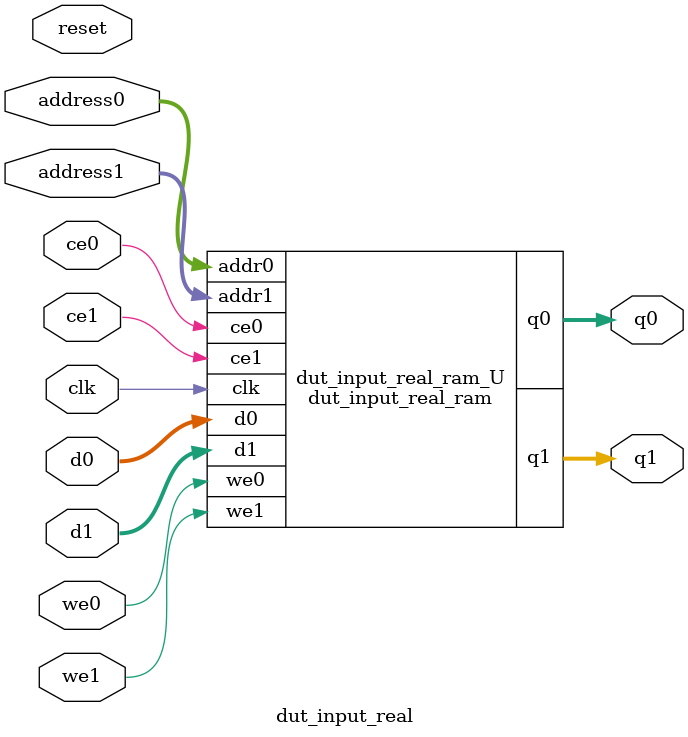
<source format=v>
`timescale 1 ns / 1 ps
module dut_input_real_ram (addr0, ce0, d0, we0, q0, addr1, ce1, d1, we1, q1,  clk);

parameter DWIDTH = 32;
parameter AWIDTH = 14;
parameter MEM_SIZE = 16384;

input[AWIDTH-1:0] addr0;
input ce0;
input[DWIDTH-1:0] d0;
input we0;
output reg[DWIDTH-1:0] q0;
input[AWIDTH-1:0] addr1;
input ce1;
input[DWIDTH-1:0] d1;
input we1;
output reg[DWIDTH-1:0] q1;
input clk;

(* ram_style = "block" *)reg [DWIDTH-1:0] ram[0:MEM_SIZE-1];




always @(posedge clk)  
begin 
    if (ce0) begin
        if (we0) 
            ram[addr0] <= d0; 
        q0 <= ram[addr0];
    end
end


always @(posedge clk)  
begin 
    if (ce1) begin
        if (we1) 
            ram[addr1] <= d1; 
        q1 <= ram[addr1];
    end
end


endmodule

`timescale 1 ns / 1 ps
module dut_input_real(
    reset,
    clk,
    address0,
    ce0,
    we0,
    d0,
    q0,
    address1,
    ce1,
    we1,
    d1,
    q1);

parameter DataWidth = 32'd32;
parameter AddressRange = 32'd16384;
parameter AddressWidth = 32'd14;
input reset;
input clk;
input[AddressWidth - 1:0] address0;
input ce0;
input we0;
input[DataWidth - 1:0] d0;
output[DataWidth - 1:0] q0;
input[AddressWidth - 1:0] address1;
input ce1;
input we1;
input[DataWidth - 1:0] d1;
output[DataWidth - 1:0] q1;



dut_input_real_ram dut_input_real_ram_U(
    .clk( clk ),
    .addr0( address0 ),
    .ce0( ce0 ),
    .we0( we0 ),
    .d0( d0 ),
    .q0( q0 ),
    .addr1( address1 ),
    .ce1( ce1 ),
    .we1( we1 ),
    .d1( d1 ),
    .q1( q1 ));

endmodule


</source>
